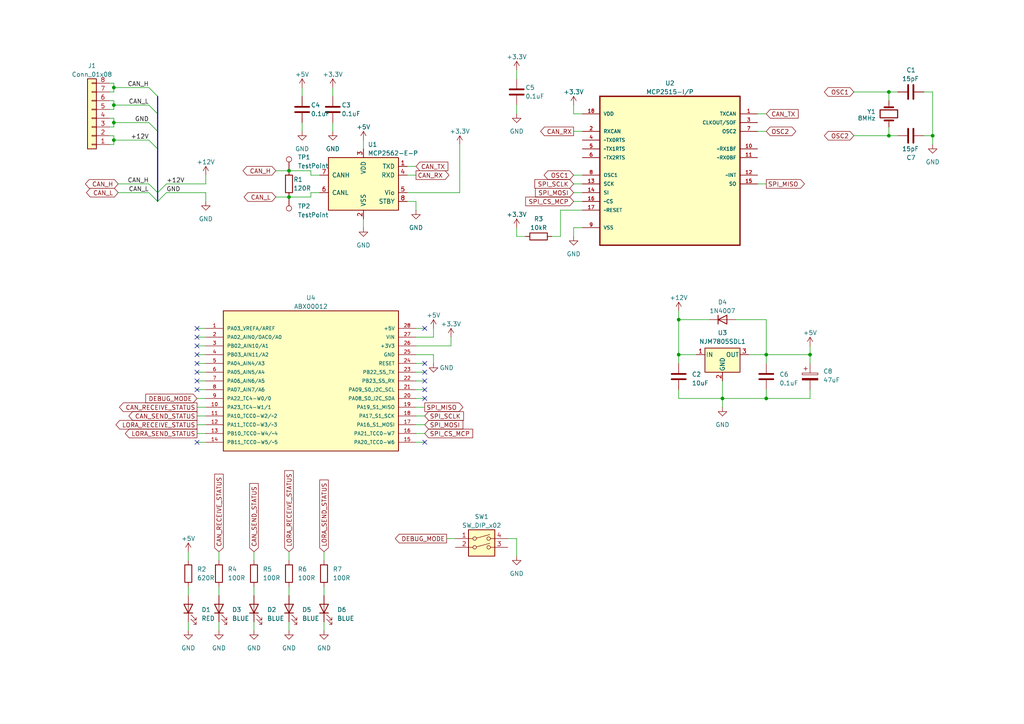
<source format=kicad_sch>
(kicad_sch (version 20230121) (generator eeschema)
  (paper "A4")
  (lib_symbols
    (symbol "ABX00012:ABX00012" (pin_names (offset 1.016))
      (property "Reference" "U" (at -25.4 21.082 0))
      (property "Value" "ABX00012" (at -25.4 -22.86 0))
      (symbol "ABX00012_0_0"
        (rectangle (start -25.4 -20.32) (end 25.4 20.32) (stroke (width 0.254)) (fill (type background)))
        (pin bidirectional line (at -30.48 15.24 0) (length 5.08) (name "PA03_VREFA/AREF") (number "1"))
        (pin bidirectional line (at -30.48 -7.62 0) (length 5.08) (name "PA23_TC4-W1/1") (number "10"))
        (pin bidirectional line (at -30.48 -10.16 0) (length 5.08) (name "PA10_TCC0-W2/~2") (number "11"))
        (pin bidirectional line (at -30.48 -12.7 0) (length 5.08) (name "PA11_TCC0-W3/~3") (number "12"))
        (pin bidirectional line (at -30.48 -15.24 0) (length 5.08) (name "PB10_TCC0-W4/~4") (number "13"))
        (pin bidirectional line (at -30.48 -17.78 0) (length 5.08) (name "PB11_TCC0-W5/~5") (number "14"))
        (pin bidirectional line (at 30.48 -17.78 180) (length 5.08) (name "PA20_TCC0-W6") (number "15"))
        (pin bidirectional line (at 30.48 -15.24 180) (length 5.08) (name "PA21_TCC0-W7") (number "16"))
        (pin bidirectional line (at 30.48 -12.7 180) (length 5.08) (name "PA16_S1_MOSI") (number "17"))
        (pin bidirectional line (at 30.48 -10.16 180) (length 5.08) (name "PA17_S1_SCK") (number "18"))
        (pin bidirectional line (at 30.48 -7.62 180) (length 5.08) (name "PA19_S1_MISO") (number "19"))
        (pin bidirectional line (at -30.48 12.7 0) (length 5.08) (name "PA02_AIN0/DAC0/A0") (number "2"))
        (pin bidirectional line (at 30.48 -5.08 180) (length 5.08) (name "PA08_S0_I2C_SDA") (number "20"))
        (pin bidirectional line (at 30.48 -2.54 180) (length 5.08) (name "PA09_S0_I2C_SCL") (number "21"))
        (pin bidirectional line (at 30.48 0 180) (length 5.08) (name "PB23_S5_RX") (number "22"))
        (pin bidirectional line (at 30.48 2.54 180) (length 5.08) (name "PB22_S5_TX") (number "23"))
        (pin input line (at 30.48 5.08 180) (length 5.08) (name "RESET") (number "24"))
        (pin power_in line (at 30.48 7.62 180) (length 5.08) (name "GND") (number "25"))
        (pin power_in line (at 30.48 10.16 180) (length 5.08) (name "+3V3") (number "26"))
        (pin power_in line (at 30.48 12.7 180) (length 5.08) (name "VIN") (number "27"))
        (pin power_in line (at 30.48 15.24 180) (length 5.08) (name "+5V") (number "28"))
        (pin bidirectional line (at -30.48 10.16 0) (length 5.08) (name "PB02_AIN10/A1") (number "3"))
        (pin bidirectional line (at -30.48 7.62 0) (length 5.08) (name "PB03_AIN11/A2") (number "4"))
        (pin bidirectional line (at -30.48 5.08 0) (length 5.08) (name "PA04_AIN4/A3") (number "5"))
        (pin bidirectional line (at -30.48 2.54 0) (length 5.08) (name "PA05_AIN5/A4") (number "6"))
        (pin bidirectional line (at -30.48 0 0) (length 5.08) (name "PA06_AIN6/A5") (number "7"))
        (pin bidirectional line (at -30.48 -2.54 0) (length 5.08) (name "PA07_AIN7/A6") (number "8"))
        (pin bidirectional line (at -30.48 -5.08 0) (length 5.08) (name "PA22_TC4-W0/0") (number "9"))
      )
    )
    (symbol "Connector:TestPoint" (pin_numbers hide) (pin_names (offset 0.762) hide)
      (property "Reference" "TP" (at 0 6.858 0))
      (property "Value" "TestPoint" (at 0 5.08 0))
      (symbol "TestPoint_0_1"
        (circle (center 0 3.302) (radius 0.762))
      )
      (symbol "TestPoint_1_1"
        (pin passive line (at 0 0 90) (length 2.54) (name "1") (number "1"))
      )
    )
    (symbol "Connector_Generic:Conn_01x08" (pin_names (offset 1.016) hide)
      (property "Reference" "J" (at 0 10.16 0))
      (property "Value" "Conn_01x08" (at 0 -12.7 0))
      (symbol "Conn_01x08_1_1"
        (rectangle (start -1.27 -10.033) (end 0 -10.287) (stroke (width 0.1524)))
        (rectangle (start -1.27 -7.493) (end 0 -7.747) (stroke (width 0.1524)))
        (rectangle (start -1.27 -4.953) (end 0 -5.207) (stroke (width 0.1524)))
        (rectangle (start -1.27 -2.413) (end 0 -2.667) (stroke (width 0.1524)))
        (rectangle (start -1.27 0.127) (end 0 -0.127) (stroke (width 0.1524)))
        (rectangle (start -1.27 2.667) (end 0 2.413) (stroke (width 0.1524)))
        (rectangle (start -1.27 5.207) (end 0 4.953) (stroke (width 0.1524)))
        (rectangle (start -1.27 7.747) (end 0 7.493) (stroke (width 0.1524)))
        (rectangle (start -1.27 8.89) (end 1.27 -11.43) (stroke (width 0.254)) (fill (type background)))
        (pin passive line (at -5.08 7.62 0) (length 3.81) (name "Pin_1") (number "1"))
        (pin passive line (at -5.08 5.08 0) (length 3.81) (name "Pin_2") (number "2"))
        (pin passive line (at -5.08 2.54 0) (length 3.81) (name "Pin_3") (number "3"))
        (pin passive line (at -5.08 0 0) (length 3.81) (name "Pin_4") (number "4"))
        (pin passive line (at -5.08 -2.54 0) (length 3.81) (name "Pin_5") (number "5"))
        (pin passive line (at -5.08 -5.08 0) (length 3.81) (name "Pin_6") (number "6"))
        (pin passive line (at -5.08 -7.62 0) (length 3.81) (name "Pin_7") (number "7"))
        (pin passive line (at -5.08 -10.16 0) (length 3.81) (name "Pin_8") (number "8"))
      )
    )
    (symbol "Device:C" (pin_numbers hide) (pin_names (offset 0.254))
      (property "Reference" "C" (at 0.635 2.54 0))
      (property "Value" "C" (at 0.635 -2.54 0))
      (symbol "C_0_1"
        (polyline (pts (xy -2.032 -0.762) (xy 2.032 -0.762)) (stroke (width 0.508)))
        (polyline (pts (xy -2.032 0.762) (xy 2.032 0.762)) (stroke (width 0.508)))
      )
      (symbol "C_1_1"
        (pin passive line (at 0 3.81 270) (length 2.794) (name "~") (number "1"))
        (pin passive line (at 0 -3.81 90) (length 2.794) (name "~") (number "2"))
      )
    )
    (symbol "Device:C_Polarized" (pin_numbers hide) (pin_names (offset 0.254))
      (property "Reference" "C" (at 0.635 2.54 0))
      (property "Value" "C_Polarized" (at 0.635 -2.54 0))
      (symbol "C_Polarized_0_1"
        (rectangle (start -2.286 0.508) (end 2.286 1.016))
        (polyline (pts (xy -1.778 2.286) (xy -0.762 2.286)))
        (polyline (pts (xy -1.27 2.794) (xy -1.27 1.778)))
        (rectangle (start 2.286 -0.508) (end -2.286 -1.016) (fill (type outline)))
      )
      (symbol "C_Polarized_1_1"
        (pin passive line (at 0 3.81 270) (length 2.794) (name "~") (number "1"))
        (pin passive line (at 0 -3.81 90) (length 2.794) (name "~") (number "2"))
      )
    )
    (symbol "Device:Crystal" (pin_numbers hide) (pin_names (offset 1.016) hide)
      (property "Reference" "Y" (at 0 3.81 0))
      (property "Value" "Crystal" (at 0 -3.81 0))
      (symbol "Crystal_0_1"
        (rectangle (start -1.143 2.54) (end 1.143 -2.54) (stroke (width 0.3048)))
        (polyline (pts (xy -2.54 0) (xy -1.905 0)))
        (polyline (pts (xy -1.905 -1.27) (xy -1.905 1.27)) (stroke (width 0.508)))
        (polyline (pts (xy 1.905 -1.27) (xy 1.905 1.27)) (stroke (width 0.508)))
        (polyline (pts (xy 2.54 0) (xy 1.905 0)))
      )
      (symbol "Crystal_1_1"
        (pin passive line (at -3.81 0 0) (length 1.27) (name "1") (number "1"))
        (pin passive line (at 3.81 0 180) (length 1.27) (name "2") (number "2"))
      )
    )
    (symbol "Device:LED" (pin_numbers hide) (pin_names (offset 1.016) hide)
      (property "Reference" "D" (at 0 2.54 0))
      (property "Value" "LED" (at 0 -2.54 0))
      (symbol "LED_0_1"
        (polyline (pts (xy -1.27 -1.27) (xy -1.27 1.27)) (stroke (width 0.254)))
        (polyline (pts (xy -1.27 0) (xy 1.27 0)))
        (polyline (pts (xy 1.27 -1.27) (xy 1.27 1.27) (xy -1.27 0) (xy 1.27 -1.27)) (stroke (width 0.254)))
        (polyline (pts (xy -3.048 -0.762) (xy -4.572 -2.286) (xy -3.81 -2.286) (xy -4.572 -2.286) (xy -4.572 -1.524)))
        (polyline (pts (xy -1.778 -0.762) (xy -3.302 -2.286) (xy -2.54 -2.286) (xy -3.302 -2.286) (xy -3.302 -1.524)))
      )
      (symbol "LED_1_1"
        (pin passive line (at -3.81 0 0) (length 2.54) (name "K") (number "1"))
        (pin passive line (at 3.81 0 180) (length 2.54) (name "A") (number "2"))
      )
    )
    (symbol "Device:R" (pin_numbers hide) (pin_names (offset 0))
      (property "Reference" "R" (at 2.032 0 90))
      (property "Value" "R" (at 0 0 90))
      (symbol "R_0_1"
        (rectangle (start -1.016 -2.54) (end 1.016 2.54) (stroke (width 0.254)))
      )
      (symbol "R_1_1"
        (pin passive line (at 0 3.81 270) (length 1.27) (name "~") (number "1"))
        (pin passive line (at 0 -3.81 90) (length 1.27) (name "~") (number "2"))
      )
    )
    (symbol "Diode:1N4007" (pin_numbers hide) (pin_names hide)
      (property "Reference" "D" (at 0 2.54 0))
      (property "Value" "1N4007" (at 0 -2.54 0))
      (symbol "1N4007_0_1"
        (polyline (pts (xy -1.27 1.27) (xy -1.27 -1.27)) (stroke (width 0.254)))
        (polyline (pts (xy 1.27 0) (xy -1.27 0)))
        (polyline (pts (xy 1.27 1.27) (xy 1.27 -1.27) (xy -1.27 0) (xy 1.27 1.27)) (stroke (width 0.254)))
      )
      (symbol "1N4007_1_1"
        (pin passive line (at -3.81 0 0) (length 2.54) (name "K") (number "1"))
        (pin passive line (at 3.81 0 180) (length 2.54) (name "A") (number "2"))
      )
    )
    (symbol "Interface_CAN_LIN:MCP2562-E-P" (pin_names (offset 1.016))
      (property "Reference" "U" (at -10.16 8.89 0))
      (property "Value" "MCP2562-E-P" (at 2.54 8.89 0))
      (symbol "MCP2562-E-P_0_1"
        (rectangle (start -10.16 7.62) (end 10.16 -7.62) (stroke (width 0.254)) (fill (type background)))
      )
      (symbol "MCP2562-E-P_1_1"
        (pin input line (at -12.7 5.08 0) (length 2.54) (name "TXD") (number "1"))
        (pin power_in line (at 0 -10.16 90) (length 2.54) (name "VSS") (number "2"))
        (pin power_in line (at 0 10.16 270) (length 2.54) (name "VDD") (number "3"))
        (pin output line (at -12.7 2.54 0) (length 2.54) (name "RXD") (number "4"))
        (pin power_in line (at -12.7 -2.54 0) (length 2.54) (name "Vio") (number "5"))
        (pin bidirectional line (at 12.7 -2.54 180) (length 2.54) (name "CANL") (number "6"))
        (pin bidirectional line (at 12.7 2.54 180) (length 2.54) (name "CANH") (number "7"))
        (pin input line (at -12.7 -5.08 0) (length 2.54) (name "STBY") (number "8"))
      )
    )
    (symbol "MCP2515-I_P:MCP2515-I{slash}P" (pin_names (offset 1.016))
      (property "Reference" "U" (at -5.1308 20.2692 0))
      (property "Value" "MCP2515-I{slash}P" (at -5.2324 -29.718 0))
      (symbol "MCP2515-I{slash}P_0_0"
        (rectangle (start -20.32 -25.4) (end 20.32 17.78) (stroke (width 0.4064)) (fill (type background)))
        (pin output line (at 25.4 12.7 180) (length 5.08) (name "TXCAN") (number "1"))
        (pin output line (at 25.4 2.54 180) (length 5.08) (name "~RX1BF") (number "10"))
        (pin output line (at 25.4 0 180) (length 5.08) (name "~RX0BF") (number "11"))
        (pin output line (at 25.4 -5.08 180) (length 5.08) (name "~INT") (number "12"))
        (pin input line (at -25.4 -7.62 0) (length 5.08) (name "SCK") (number "13"))
        (pin input line (at -25.4 -10.16 0) (length 5.08) (name "SI") (number "14"))
        (pin output line (at 25.4 -7.62 180) (length 5.08) (name "SO") (number "15"))
        (pin input line (at -25.4 -12.7 0) (length 5.08) (name "~CS") (number "16"))
        (pin input line (at -25.4 -15.24 0) (length 5.08) (name "~RESET") (number "17"))
        (pin power_in line (at -25.4 12.7 0) (length 5.08) (name "VDD") (number "18"))
        (pin input line (at -25.4 7.62 0) (length 5.08) (name "RXCAN") (number "2"))
        (pin output line (at 25.4 10.16 180) (length 5.08) (name "CLKOUT/SOF") (number "3"))
        (pin input line (at -25.4 5.08 0) (length 5.08) (name "~TX0RTS") (number "4"))
        (pin input line (at -25.4 2.54 0) (length 5.08) (name "~TX1RTS") (number "5"))
        (pin input line (at -25.4 0 0) (length 5.08) (name "~TX2RTS") (number "6"))
        (pin output line (at 25.4 7.62 180) (length 5.08) (name "OSC2") (number "7"))
        (pin input line (at -25.4 -5.08 0) (length 5.08) (name "OSC1") (number "8"))
        (pin power_in line (at -25.4 -20.32 0) (length 5.08) (name "VSS") (number "9"))
      )
    )
    (symbol "Regulator_Linear:L7805" (pin_names (offset 0.254))
      (property "Reference" "U" (at -3.81 3.175 0))
      (property "Value" "L7805" (at 0 3.175 0))
      (symbol "L7805_0_1"
        (rectangle (start -5.08 1.905) (end 5.08 -5.08) (stroke (width 0.254)) (fill (type background)))
      )
      (symbol "L7805_1_1"
        (pin power_in line (at -7.62 0 0) (length 2.54) (name "IN") (number "1"))
        (pin power_in line (at 0 -7.62 90) (length 2.54) (name "GND") (number "2"))
        (pin power_out line (at 7.62 0 180) (length 2.54) (name "OUT") (number "3"))
      )
    )
    (symbol "Switch:SW_DIP_x02" (pin_names (offset 0) hide)
      (property "Reference" "SW" (at 0 6.35 0))
      (property "Value" "SW_DIP_x02" (at 0 -3.81 0))
      (symbol "SW_DIP_x02_0_0"
        (circle (center -2.032 0) (radius 0.508))
        (circle (center -2.032 2.54) (radius 0.508))
        (polyline (pts (xy -1.524 0.127) (xy 2.3622 1.1684)))
        (polyline (pts (xy -1.524 2.667) (xy 2.3622 3.7084)))
        (circle (center 2.032 0) (radius 0.508))
        (circle (center 2.032 2.54) (radius 0.508))
      )
      (symbol "SW_DIP_x02_0_1"
        (rectangle (start -3.81 5.08) (end 3.81 -2.54) (stroke (width 0.254)) (fill (type background)))
      )
      (symbol "SW_DIP_x02_1_1"
        (pin passive line (at -7.62 2.54 0) (length 5.08) (name "~") (number "1"))
        (pin passive line (at -7.62 0 0) (length 5.08) (name "~") (number "2"))
        (pin passive line (at 7.62 0 180) (length 5.08) (name "~") (number "3"))
        (pin passive line (at 7.62 2.54 180) (length 5.08) (name "~") (number "4"))
      )
    )
    (symbol "power:+12V" (power) (pin_names (offset 0))
      (property "Value" "+12V" (at 0 3.556 0))
      (symbol "+12V_0_1"
        (polyline (pts (xy -0.762 1.27) (xy 0 2.54)))
        (polyline (pts (xy 0 0) (xy 0 2.54)))
        (polyline (pts (xy 0 2.54) (xy 0.762 1.27)))
      )
      (symbol "+12V_1_1"
        (pin power_in line (at 0 0 90) (length 0) hide (name "+12V") (number "1"))
      )
    )
    (symbol "power:+3.3V" (power) (pin_names (offset 0))
      (property "Value" "+3.3V" (at 0 3.556 0))
      (symbol "+3.3V_0_1"
        (polyline (pts (xy -0.762 1.27) (xy 0 2.54)))
        (polyline (pts (xy 0 0) (xy 0 2.54)))
        (polyline (pts (xy 0 2.54) (xy 0.762 1.27)))
      )
      (symbol "+3.3V_1_1"
        (pin power_in line (at 0 0 90) (length 0) hide (name "+3.3V") (number "1"))
      )
    )
    (symbol "power:+5V" (power) (pin_names (offset 0))
      (property "Value" "+5V" (at 0 3.556 0))
      (symbol "+5V_0_1"
        (polyline (pts (xy -0.762 1.27) (xy 0 2.54)))
        (polyline (pts (xy 0 0) (xy 0 2.54)))
        (polyline (pts (xy 0 2.54) (xy 0.762 1.27)))
      )
      (symbol "+5V_1_1"
        (pin power_in line (at 0 0 90) (length 0) hide (name "+5V") (number "1"))
      )
    )
    (symbol "power:GND" (power) (pin_names (offset 0))
      (property "Value" "GND" (at 0 -3.81 0))
      (symbol "GND_0_1"
        (polyline (pts (xy 0 0) (xy 0 -1.27) (xy 1.27 -1.27) (xy 0 -2.54) (xy -1.27 -1.27) (xy 0 -1.27)))
      )
      (symbol "GND_1_1"
        (pin power_in line (at 0 0 270) (length 0) hide (name "GND") (number "1"))
      )
    )
  )
  (junction (at 234.95 102.87))
  (junction (at 196.85 102.87))
  (junction (at 257.81 39.37))
  (junction (at 257.81 26.67))
  (junction (at 83.82 57.15))
  (junction (at 209.55 115.57))
  (junction (at 33.02 30.48))
  (junction (at 222.25 115.57))
  (junction (at 83.82 49.53))
  (junction (at 196.85 92.71))
  (junction (at 33.02 40.64))
  (junction (at 33.02 35.56))
  (junction (at 270.51 39.37))
  (junction (at 222.25 102.87))
  (junction (at 33.02 25.4))
  (no_connect (at 57.15 113.03))
  (no_connect (at 123.19 95.25))
  (no_connect (at 57.15 105.41))
  (no_connect (at 57.15 110.49))
  (no_connect (at 57.15 95.25))
  (no_connect (at 123.19 115.57))
  (no_connect (at 123.19 110.49))
  (no_connect (at 57.15 128.27))
  (no_connect (at 123.19 105.41))
  (no_connect (at 123.19 128.27))
  (no_connect (at 57.15 107.95))
  (no_connect (at 123.19 107.95))
  (no_connect (at 57.15 97.79))
  (no_connect (at 123.19 113.03))
  (no_connect (at 57.15 102.87))
  (no_connect (at 57.15 100.33))
  (bus_entry (at 43.18 30.48) (size 2.54 2.54))
  (bus_entry (at 43.18 40.64) (size 2.54 2.54))
  (bus_entry (at 45.72 58.42) (size -2.54 -2.54))
  (bus_entry (at 45.72 55.88) (size -2.54 -2.54))
  (bus_entry (at 43.18 35.56) (size 2.54 2.54))
  (bus_entry (at 45.72 55.88) (size 2.54 -2.54))
  (bus_entry (at 43.18 25.4) (size 2.54 2.54))
  (bus_entry (at 45.72 58.42) (size 2.54 -2.54))
  (wire (pts (xy 270.51 41.91) (xy 270.51 39.37)))
  (wire (pts (xy 219.71 53.34) (xy 222.25 53.34)))
  (wire (pts (xy 219.71 33.02) (xy 222.25 33.02)))
  (wire (pts (xy 57.15 125.73) (xy 59.69 125.73)))
  (wire (pts (xy 33.02 31.75) (xy 33.02 30.48)))
  (wire (pts (xy 166.37 55.88) (xy 168.91 55.88)))
  (wire (pts (xy 168.91 60.96) (xy 162.56 60.96)))
  (wire (pts (xy 57.15 102.87) (xy 59.69 102.87)))
  (wire (pts (xy 120.65 100.33) (xy 130.81 100.33)))
  (wire (pts (xy 201.93 102.87) (xy 196.85 102.87)))
  (wire (pts (xy 57.15 120.65) (xy 59.69 120.65)))
  (wire (pts (xy 120.65 113.03) (xy 123.19 113.03)))
  (wire (pts (xy 93.98 170.18) (xy 93.98 172.72)))
  (wire (pts (xy 57.15 113.03) (xy 59.69 113.03)))
  (wire (pts (xy 33.02 30.48) (xy 43.18 30.48)))
  (wire (pts (xy 270.51 39.37) (xy 270.51 26.67)))
  (wire (pts (xy 59.69 50.8) (xy 59.69 53.34)))
  (wire (pts (xy 57.15 128.27) (xy 59.69 128.27)))
  (wire (pts (xy 120.65 102.87) (xy 125.73 102.87)))
  (wire (pts (xy 196.85 102.87) (xy 196.85 105.41)))
  (wire (pts (xy 196.85 92.71) (xy 196.85 102.87)))
  (wire (pts (xy 63.5 180.34) (xy 63.5 182.88)))
  (wire (pts (xy 257.81 39.37) (xy 260.35 39.37)))
  (wire (pts (xy 43.18 55.88) (xy 34.29 55.88)))
  (wire (pts (xy 57.15 118.11) (xy 59.69 118.11)))
  (wire (pts (xy 149.86 156.21) (xy 149.86 161.29)))
  (wire (pts (xy 209.55 115.57) (xy 209.55 118.11)))
  (wire (pts (xy 217.17 102.87) (xy 222.25 102.87)))
  (wire (pts (xy 247.65 39.37) (xy 257.81 39.37)))
  (wire (pts (xy 120.65 58.42) (xy 120.65 60.96)))
  (wire (pts (xy 120.65 107.95) (xy 123.19 107.95)))
  (wire (pts (xy 87.63 25.4) (xy 87.63 27.94)))
  (wire (pts (xy 257.81 29.21) (xy 257.81 26.67)))
  (wire (pts (xy 166.37 66.04) (xy 168.91 66.04)))
  (wire (pts (xy 257.81 26.67) (xy 260.35 26.67)))
  (wire (pts (xy 120.65 105.41) (xy 123.19 105.41)))
  (wire (pts (xy 118.11 48.26) (xy 120.65 48.26)))
  (wire (pts (xy 257.81 36.83) (xy 257.81 39.37)))
  (wire (pts (xy 267.97 39.37) (xy 270.51 39.37)))
  (wire (pts (xy 31.75 31.75) (xy 33.02 31.75)))
  (wire (pts (xy 118.11 50.8) (xy 120.65 50.8)))
  (wire (pts (xy 33.02 36.83) (xy 31.75 36.83)))
  (wire (pts (xy 73.66 160.02) (xy 73.66 162.56)))
  (wire (pts (xy 73.66 180.34) (xy 73.66 182.88)))
  (wire (pts (xy 149.86 30.48) (xy 149.86 33.02)))
  (wire (pts (xy 31.75 24.13) (xy 33.02 24.13)))
  (wire (pts (xy 120.65 125.73) (xy 123.19 125.73)))
  (wire (pts (xy 166.37 58.42) (xy 168.91 58.42)))
  (wire (pts (xy 33.02 25.4) (xy 33.02 26.67)))
  (wire (pts (xy 222.25 115.57) (xy 234.95 115.57)))
  (bus (pts (xy 45.72 43.18) (xy 45.72 55.88)))
  (wire (pts (xy 33.02 40.64) (xy 43.18 40.64)))
  (wire (pts (xy 57.15 95.25) (xy 59.69 95.25)))
  (wire (pts (xy 80.01 49.53) (xy 83.82 49.53)))
  (wire (pts (xy 120.65 95.25) (xy 123.19 95.25)))
  (wire (pts (xy 59.69 55.88) (xy 48.26 55.88)))
  (bus (pts (xy 45.72 33.02) (xy 45.72 38.1)))
  (wire (pts (xy 57.15 97.79) (xy 59.69 97.79)))
  (wire (pts (xy 57.15 115.57) (xy 59.69 115.57)))
  (wire (pts (xy 222.25 92.71) (xy 222.25 102.87)))
  (wire (pts (xy 90.17 50.8) (xy 90.17 49.53)))
  (wire (pts (xy 54.61 160.02) (xy 54.61 162.56)))
  (wire (pts (xy 209.55 110.49) (xy 209.55 115.57)))
  (wire (pts (xy 213.36 92.71) (xy 222.25 92.71)))
  (wire (pts (xy 80.01 57.15) (xy 83.82 57.15)))
  (wire (pts (xy 125.73 102.87) (xy 125.73 105.41)))
  (wire (pts (xy 96.52 35.56) (xy 96.52 38.1)))
  (wire (pts (xy 83.82 160.02) (xy 83.82 162.56)))
  (wire (pts (xy 234.95 105.41) (xy 234.95 102.87)))
  (wire (pts (xy 31.75 29.21) (xy 33.02 29.21)))
  (wire (pts (xy 105.41 63.5) (xy 105.41 66.04)))
  (wire (pts (xy 57.15 100.33) (xy 59.69 100.33)))
  (wire (pts (xy 162.56 68.58) (xy 160.02 68.58)))
  (wire (pts (xy 120.65 118.11) (xy 123.19 118.11)))
  (wire (pts (xy 120.65 110.49) (xy 123.19 110.49)))
  (wire (pts (xy 54.61 180.34) (xy 54.61 182.88)))
  (wire (pts (xy 33.02 35.56) (xy 43.18 35.56)))
  (wire (pts (xy 63.5 160.02) (xy 63.5 162.56)))
  (wire (pts (xy 166.37 50.8) (xy 168.91 50.8)))
  (wire (pts (xy 129.54 156.21) (xy 132.08 156.21)))
  (wire (pts (xy 33.02 30.48) (xy 33.02 29.21)))
  (wire (pts (xy 33.02 25.4) (xy 33.02 24.13)))
  (wire (pts (xy 59.69 53.34) (xy 48.26 53.34)))
  (wire (pts (xy 267.97 26.67) (xy 270.51 26.67)))
  (wire (pts (xy 92.71 50.8) (xy 90.17 50.8)))
  (wire (pts (xy 234.95 113.03) (xy 234.95 115.57)))
  (wire (pts (xy 166.37 38.1) (xy 168.91 38.1)))
  (wire (pts (xy 83.82 170.18) (xy 83.82 172.72)))
  (wire (pts (xy 209.55 115.57) (xy 222.25 115.57)))
  (wire (pts (xy 59.69 58.42) (xy 59.69 55.88)))
  (wire (pts (xy 166.37 33.02) (xy 168.91 33.02)))
  (wire (pts (xy 43.18 53.34) (xy 34.29 53.34)))
  (wire (pts (xy 166.37 53.34) (xy 168.91 53.34)))
  (wire (pts (xy 96.52 25.4) (xy 96.52 27.94)))
  (wire (pts (xy 130.81 97.79) (xy 130.81 100.33)))
  (wire (pts (xy 54.61 170.18) (xy 54.61 172.72)))
  (wire (pts (xy 90.17 55.88) (xy 90.17 57.15)))
  (wire (pts (xy 31.75 41.91) (xy 33.02 41.91)))
  (wire (pts (xy 247.65 26.67) (xy 257.81 26.67)))
  (wire (pts (xy 120.65 128.27) (xy 123.19 128.27)))
  (bus (pts (xy 45.72 55.88) (xy 45.72 58.42)))
  (wire (pts (xy 57.15 107.95) (xy 59.69 107.95)))
  (wire (pts (xy 73.66 170.18) (xy 73.66 172.72)))
  (wire (pts (xy 57.15 110.49) (xy 59.69 110.49)))
  (wire (pts (xy 33.02 39.37) (xy 33.02 40.64)))
  (wire (pts (xy 33.02 41.91) (xy 33.02 40.64)))
  (wire (pts (xy 125.73 95.25) (xy 125.73 97.79)))
  (wire (pts (xy 222.25 115.57) (xy 222.25 113.03)))
  (wire (pts (xy 166.37 68.58) (xy 166.37 66.04)))
  (wire (pts (xy 57.15 123.19) (xy 59.69 123.19)))
  (wire (pts (xy 133.35 41.91) (xy 133.35 55.88)))
  (wire (pts (xy 93.98 160.02) (xy 93.98 162.56)))
  (wire (pts (xy 222.25 102.87) (xy 222.25 105.41)))
  (wire (pts (xy 31.75 26.67) (xy 33.02 26.67)))
  (wire (pts (xy 162.56 60.96) (xy 162.56 68.58)))
  (wire (pts (xy 63.5 170.18) (xy 63.5 172.72)))
  (wire (pts (xy 234.95 100.33) (xy 234.95 102.87)))
  (wire (pts (xy 149.86 20.32) (xy 149.86 22.86)))
  (bus (pts (xy 45.72 27.94) (xy 45.72 33.02)))
  (wire (pts (xy 219.71 38.1) (xy 222.25 38.1)))
  (wire (pts (xy 222.25 102.87) (xy 234.95 102.87)))
  (wire (pts (xy 83.82 57.15) (xy 90.17 57.15)))
  (wire (pts (xy 120.65 123.19) (xy 123.19 123.19)))
  (wire (pts (xy 120.65 115.57) (xy 123.19 115.57)))
  (wire (pts (xy 149.86 68.58) (xy 152.4 68.58)))
  (wire (pts (xy 196.85 90.17) (xy 196.85 92.71)))
  (wire (pts (xy 33.02 35.56) (xy 33.02 36.83)))
  (wire (pts (xy 196.85 113.03) (xy 196.85 115.57)))
  (bus (pts (xy 45.72 38.1) (xy 45.72 43.18)))
  (wire (pts (xy 33.02 34.29) (xy 33.02 35.56)))
  (wire (pts (xy 105.41 40.64) (xy 105.41 43.18)))
  (wire (pts (xy 118.11 55.88) (xy 133.35 55.88)))
  (wire (pts (xy 118.11 58.42) (xy 120.65 58.42)))
  (wire (pts (xy 196.85 92.71) (xy 205.74 92.71)))
  (wire (pts (xy 147.32 156.21) (xy 149.86 156.21)))
  (wire (pts (xy 125.73 97.79) (xy 120.65 97.79)))
  (wire (pts (xy 57.15 105.41) (xy 59.69 105.41)))
  (wire (pts (xy 149.86 66.04) (xy 149.86 68.58)))
  (wire (pts (xy 31.75 39.37) (xy 33.02 39.37)))
  (wire (pts (xy 33.02 25.4) (xy 43.18 25.4)))
  (wire (pts (xy 92.71 55.88) (xy 90.17 55.88)))
  (wire (pts (xy 87.63 35.56) (xy 87.63 38.1)))
  (wire (pts (xy 83.82 180.34) (xy 83.82 182.88)))
  (wire (pts (xy 93.98 180.34) (xy 93.98 182.88)))
  (wire (pts (xy 196.85 115.57) (xy 209.55 115.57)))
  (wire (pts (xy 83.82 49.53) (xy 90.17 49.53)))
  (wire (pts (xy 166.37 30.48) (xy 166.37 33.02)))
  (wire (pts (xy 120.65 120.65) (xy 123.19 120.65)))
  (wire (pts (xy 31.75 34.29) (xy 33.02 34.29)))
  (label "CAN_H" (at 43.18 25.4 180))
  (label "+12V" (at 48.26 53.34 0))
  (label "CAN_H" (at 43.18 53.34 180))
  (label "GND" (at 48.26 55.88 0))
  (label "CAN_L" (at 43.18 55.88 180))
  (label "+12V" (at 43.18 40.64 180))
  (label "GND" (at 43.18 35.56 180))
  (label "CAN_L" (at 43.18 30.48 180))
  (global_label "OSC1" (shape bidirectional) (at 247.65 26.67 180) (property "Intersheetrefs" "${INTERSHEET_REFS}" (effects hide)))
  (global_label "CAN_L" (shape bidirectional) (at 80.01 57.15 180) (property "Intersheetrefs" "${INTERSHEET_REFS}" (effects hide)))
  (global_label "CAN_RX" (shape output) (at 166.37 38.1 180) (property "Intersheetrefs" "${INTERSHEET_REFS}" (effects hide)))
  (global_label "OSC2" (shape bidirectional) (at 247.65 39.37 180) (property "Intersheetrefs" "${INTERSHEET_REFS}" (effects hide)))
  (global_label "SPI_SCLK" (shape input) (at 166.37 53.34 180) (property "Intersheetrefs" "${INTERSHEET_REFS}" (effects hide)))
  (global_label "SPI_MISO" (shape output) (at 222.25 53.34 0) (property "Intersheetrefs" "${INTERSHEET_REFS}" (effects hide)))
  (global_label "CAN_TX" (shape input) (at 120.65 48.26 0) (property "Intersheetrefs" "${INTERSHEET_REFS}" (effects hide)))
  (global_label "CAN_RECEIVE_STATUS" (shape input) (at 63.5 160.02 90) (property "Intersheetrefs" "${INTERSHEET_REFS}" (effects hide)))
  (global_label "CAN_SEND_STATUS" (shape output) (at 57.15 120.65 180) (property "Intersheetrefs" "${INTERSHEET_REFS}" (effects hide)))
  (global_label "SPI_SCLK" (shape input) (at 123.19 120.65 0) (property "Intersheetrefs" "${INTERSHEET_REFS}" (effects hide)))
  (global_label "CAN_H" (shape bidirectional) (at 80.01 49.53 180) (property "Intersheetrefs" "${INTERSHEET_REFS}" (effects hide)))
  (global_label "SPI_MOSI" (shape input) (at 166.37 55.88 180) (property "Intersheetrefs" "${INTERSHEET_REFS}" (effects hide)))
  (global_label "OSC1" (shape bidirectional) (at 166.37 50.8 180) (property "Intersheetrefs" "${INTERSHEET_REFS}" (effects hide)))
  (global_label "CAN_RX" (shape output) (at 120.65 50.8 0) (property "Intersheetrefs" "${INTERSHEET_REFS}" (effects hide)))
  (global_label "SPI_CS_MCP" (shape input) (at 123.19 125.73 0) (property "Intersheetrefs" "${INTERSHEET_REFS}" (effects hide)))
  (global_label "SPI_MISO" (shape output) (at 123.19 118.11 0) (property "Intersheetrefs" "${INTERSHEET_REFS}" (effects hide)))
  (global_label "SPI_MOSI" (shape input) (at 123.19 123.19 0) (property "Intersheetrefs" "${INTERSHEET_REFS}" (effects hide)))
  (global_label "SPI_CS_MCP" (shape input) (at 166.37 58.42 180) (property "Intersheetrefs" "${INTERSHEET_REFS}" (effects hide)))
  (global_label "CAN_RECEIVE_STATUS" (shape output) (at 57.15 118.11 180) (property "Intersheetrefs" "${INTERSHEET_REFS}" (effects hide)))
  (global_label "CAN_L" (shape bidirectional) (at 34.29 55.88 180) (property "Intersheetrefs" "${INTERSHEET_REFS}" (effects hide)))
  (global_label "CAN_TX" (shape input) (at 222.25 33.02 0) (property "Intersheetrefs" "${INTERSHEET_REFS}" (effects hide)))
  (global_label "DEBUG_MODE" (shape output) (at 129.54 156.21 180) (property "Intersheetrefs" "${INTERSHEET_REFS}" (effects hide)))
  (global_label "CAN_H" (shape bidirectional) (at 34.29 53.34 180) (property "Intersheetrefs" "${INTERSHEET_REFS}" (effects hide)))
  (global_label "OSC2" (shape bidirectional) (at 222.25 38.1 0) (property "Intersheetrefs" "${INTERSHEET_REFS}" (effects hide)))
  (global_label "LORA_RECEIVE_STATUS" (shape input) (at 83.82 160.02 90) (property "Intersheetrefs" "${INTERSHEET_REFS}" (effects hide)))
  (global_label "CAN_SEND_STATUS" (shape input) (at 73.66 160.02 90) (property "Intersheetrefs" "${INTERSHEET_REFS}" (effects hide)))
  (global_label "LORA_SEND_STATUS" (shape output) (at 57.15 125.73 180) (property "Intersheetrefs" "${INTERSHEET_REFS}" (effects hide)))
  (global_label "LORA_RECEIVE_STATUS" (shape output) (at 57.15 123.19 180) (property "Intersheetrefs" "${INTERSHEET_REFS}" (effects hide)))
  (global_label "LORA_SEND_STATUS" (shape input) (at 93.98 160.02 90) (property "Intersheetrefs" "${INTERSHEET_REFS}" (effects hide)))
  (global_label "DEBUG_MODE" (shape input) (at 57.15 115.57 180) (property "Intersheetrefs" "${INTERSHEET_REFS}" (effects hide)))
  (symbol (lib_id "power:+12V") (at 59.69 50.8 0) (mirror y) (unit 1)
    (property "Reference" "#PWR025" (effects hide))
    (property "Value" "+12V" (at 59.69 46.99 0))
  )
  (symbol (lib_id "power:GND") (at 54.61 182.88 0) (unit 1)
    (property "Reference" "#PWR020" (effects hide))
    (property "Value" "GND" (at 54.61 187.96 0))
  )
  (symbol (lib_id "power:GND") (at 149.86 33.02 0) (unit 1)
    (property "Reference" "#PWR014" (effects hide))
    (property "Value" "GND" (at 149.86 38.1 0))
  )
  (symbol (lib_id "Device:LED") (at 54.61 176.53 90) (unit 1)
    (property "Reference" "D1" (at 58.42 176.8474 90) (effects (justify right)))
    (property "Value" "RED" (at 58.42 179.3874 90) (effects (justify right)))
    (property "Footprint" "LED_SMD:LED_0603_1608Metric_Pad1.05x0.95mm_HandSolder" (effects hide))
  )
  (symbol (lib_id "Device:LED") (at 93.98 176.53 90) (unit 1)
    (property "Reference" "D6" (at 97.79 176.8474 90) (effects (justify right)))
    (property "Value" "BLUE" (at 97.79 179.3874 90) (effects (justify right)))
    (property "Footprint" "LED_SMD:LED_0603_1608Metric_Pad1.05x0.95mm_HandSolder" (effects hide))
  )
  (symbol (lib_id "power:+12V") (at 196.85 90.17 0) (mirror y) (unit 1)
    (property "Reference" "#PWR01" (effects hide))
    (property "Value" "+12V" (at 196.85 86.36 0))
  )
  (symbol (lib_id "Device:LED") (at 63.5 176.53 90) (unit 1)
    (property "Reference" "D3" (at 67.31 176.8474 90) (effects (justify right)))
    (property "Value" "BLUE" (at 67.31 179.3874 90) (effects (justify right)))
    (property "Footprint" "LED_SMD:LED_0603_1608Metric_Pad1.05x0.95mm_HandSolder" (effects hide))
  )
  (symbol (lib_id "Device:R") (at 156.21 68.58 90) (unit 1)
    (property "Reference" "R3" (at 156.21 63.5 90))
    (property "Value" "10kR" (at 156.21 66.04 90))
    (property "Footprint" "Resistor_SMD:R_0805_2012Metric_Pad1.20x1.40mm_HandSolder" (effects hide))
  )
  (symbol (lib_id "Device:C") (at 264.16 39.37 270) (mirror x) (unit 1)
    (property "Reference" "C7" (at 262.89 45.72 90) (effects (justify left)))
    (property "Value" "15pF" (at 261.62 43.18 90) (effects (justify left)))
    (property "Footprint" "Capacitor_SMD:C_0603_1608Metric_Pad1.08x0.95mm_HandSolder" (effects hide))
  )
  (symbol (lib_id "Regulator_Linear:L7805") (at 209.55 102.87 0) (unit 1)
    (property "Reference" "U3" (at 209.55 96.52 0))
    (property "Value" "NJM7805SDL1" (at 209.55 99.06 0))
    (property "Footprint" "Package_TO_SOT_SMD:TO-252-2" (effects hide))
    (property "Datasheet" "http://www.st.com/content/ccc/resource/technical/document/datasheet/41/4f/b3/b0/12/d4/47/88/CD00000444.pdf/files/CD00000444.pdf/jcr:content/translations/en.CD00000444.pdf" (effects hide))
  )
  (symbol (lib_id "Switch:SW_DIP_x02") (at 139.7 158.75 0) (unit 1)
    (property "Reference" "SW1" (at 139.7 149.86 0))
    (property "Value" "SW_DIP_x02" (at 139.7 152.4 0))
    (property "Footprint" "Button_Switch_THT:SW_DIP_SPSTx02_Piano_10.8x6.64mm_W7.62mm_P2.54mm" (effects hide))
  )
  (symbol (lib_id "power:+5V") (at 234.95 100.33 0) (unit 1)
    (property "Reference" "#PWR028" (effects hide))
    (property "Value" "+5V" (at 234.95 96.52 0))
  )
  (symbol (lib_id "power:GND") (at 63.5 182.88 0) (unit 1)
    (property "Reference" "#PWR021" (effects hide))
    (property "Value" "GND" (at 63.5 187.96 0))
  )
  (symbol (lib_id "Device:C") (at 96.52 31.75 0) (unit 1)
    (property "Reference" "C3" (at 99.06 30.48 0) (effects (justify left)))
    (property "Value" "0.1uF" (at 99.06 33.02 0) (effects (justify left)))
    (property "Footprint" "Capacitor_SMD:C_0603_1608Metric_Pad1.08x0.95mm_HandSolder" (effects hide))
  )
  (symbol (lib_id "power:+3.3V") (at 96.52 25.4 0) (unit 1)
    (property "Reference" "#PWR05" (effects hide))
    (property "Value" "+3.3V" (at 96.52 21.59 0))
  )
  (symbol (lib_id "Device:C_Polarized") (at 234.95 109.22 0) (unit 1)
    (property "Reference" "C8" (at 238.76 107.696 0) (effects (justify left)))
    (property "Value" "47uF" (at 238.76 110.236 0) (effects (justify left)))
    (property "Footprint" "Capacitor_SMD:CP_Elec_6.3x5.9" (effects hide))
  )
  (symbol (lib_id "Device:LED") (at 83.82 176.53 90) (unit 1)
    (property "Reference" "D5" (at 87.63 176.8474 90) (effects (justify right)))
    (property "Value" "BLUE" (at 87.63 179.3874 90) (effects (justify right)))
    (property "Footprint" "LED_SMD:LED_0603_1608Metric_Pad1.05x0.95mm_HandSolder" (effects hide))
  )
  (symbol (lib_id "power:GND") (at 83.82 182.88 0) (unit 1)
    (property "Reference" "#PWR023" (effects hide))
    (property "Value" "GND" (at 83.82 187.96 0))
  )
  (symbol (lib_id "Device:R") (at 63.5 166.37 0) (unit 1)
    (property "Reference" "R4" (at 66.04 165.0999 0) (effects (justify left)))
    (property "Value" "100R" (at 66.04 167.6399 0) (effects (justify left)))
    (property "Footprint" "Resistor_SMD:R_0805_2012Metric_Pad1.20x1.40mm_HandSolder" (effects hide))
  )
  (symbol (lib_id "power:GND") (at 149.86 161.29 0) (mirror y) (unit 1)
    (property "Reference" "#PWR018" (effects hide))
    (property "Value" "GND" (at 149.86 166.37 0))
  )
  (symbol (lib_id "Interface_CAN_LIN:MCP2562-E-P") (at 105.41 53.34 0) (mirror y) (unit 1)
    (property "Reference" "U1" (at 106.68 41.91 0) (effects (justify right)))
    (property "Value" "MCP2562-E-P" (at 106.68 44.45 0) (effects (justify right)))
    (property "Footprint" "Package_DIP:DIP-8_W7.62mm" (effects hide))
    (property "Datasheet" "http://ww1.microchip.com/downloads/en/DeviceDoc/25167A.pdf" (effects hide))
  )
  (symbol (lib_id "Device:C") (at 149.86 26.67 0) (unit 1)
    (property "Reference" "C5" (at 152.4 25.4 0) (effects (justify left)))
    (property "Value" "0.1uF" (at 152.4 27.94 0) (effects (justify left)))
    (property "Footprint" "Capacitor_SMD:C_0603_1608Metric_Pad1.08x0.95mm_HandSolder" (effects hide))
  )
  (symbol (lib_id "power:+5V") (at 87.63 25.4 0) (unit 1)
    (property "Reference" "#PWR03" (effects hide))
    (property "Value" "+5V" (at 87.63 21.59 0))
  )
  (symbol (lib_id "power:GND") (at 270.51 41.91 0) (unit 1)
    (property "Reference" "#PWR026" (effects hide))
    (property "Value" "GND" (at 270.51 46.99 0))
  )
  (symbol (lib_id "power:GND") (at 59.69 58.42 0) (mirror y) (unit 1)
    (property "Reference" "#PWR027" (effects hide))
    (property "Value" "GND" (at 59.69 63.5 0))
  )
  (symbol (lib_id "Device:R") (at 83.82 166.37 0) (unit 1)
    (property "Reference" "R6" (at 86.36 165.0999 0) (effects (justify left)))
    (property "Value" "100R" (at 86.36 167.6399 0) (effects (justify left)))
    (property "Footprint" "Resistor_SMD:R_0805_2012Metric_Pad1.20x1.40mm_HandSolder" (effects hide))
  )
  (symbol (lib_id "Device:C") (at 87.63 31.75 0) (unit 1)
    (property "Reference" "C4" (at 90.17 30.48 0) (effects (justify left)))
    (property "Value" "0.1uF" (at 90.17 33.02 0) (effects (justify left)))
    (property "Footprint" "Capacitor_SMD:C_0603_1608Metric_Pad1.08x0.95mm_HandSolder" (effects hide))
  )
  (symbol (lib_id "Device:C") (at 222.25 109.22 0) (unit 1)
    (property "Reference" "C6" (at 226.06 108.585 0) (effects (justify left)))
    (property "Value" "0.1uF" (at 226.06 111.125 0) (effects (justify left)))
    (property "Footprint" "Capacitor_SMD:C_0603_1608Metric_Pad1.08x0.95mm_HandSolder" (effects hide))
  )
  (symbol (lib_id "power:GND") (at 120.65 60.96 0) (unit 1)
    (property "Reference" "#PWR09" (effects hide))
    (property "Value" "GND" (at 120.65 66.04 0))
  )
  (symbol (lib_id "power:GND") (at 166.37 68.58 0) (unit 1)
    (property "Reference" "#PWR017" (effects hide))
    (property "Value" "GND" (at 166.37 73.66 0))
  )
  (symbol (lib_id "ABX00012:ABX00012") (at 90.17 110.49 0) (unit 1)
    (property "Reference" "U4" (at 90.17 86.36 0))
    (property "Value" "ABX00012" (at 90.17 88.9 0))
    (property "Footprint" "ABX00012:ARDUINO_ABX00012" (effects hide))
    (property "STANDARD" "Manufacturer Recommendations" (effects hide))
    (property "PARTREV" "5" (effects hide))
    (property "MANUFACTURER" "Arduino" (effects hide))
  )
  (symbol (lib_id "Connector:TestPoint") (at 83.82 57.15 180) (unit 1)
    (property "Reference" "TP2" (at 86.36 59.817 0) (effects (justify right)))
    (property "Value" "TestPoint" (at 86.36 62.357 0) (effects (justify right)))
    (property "Footprint" "Connector_Pin:Pin_D1.0mm_L10.0mm" (effects hide))
  )
  (symbol (lib_id "power:+3.3V") (at 149.86 66.04 0) (unit 1)
    (property "Reference" "#PWR015" (effects hide))
    (property "Value" "+3.3V" (at 149.86 62.23 0))
  )
  (symbol (lib_id "power:+3.3V") (at 133.35 41.91 0) (unit 1)
    (property "Reference" "#PWR012" (effects hide))
    (property "Value" "+3.3V" (at 133.35 38.1 0))
  )
  (symbol (lib_id "power:+5V") (at 125.73 95.25 0) (unit 1)
    (property "Reference" "#PWR010" (effects hide))
    (property "Value" "+5V" (at 125.73 91.44 0))
  )
  (symbol (lib_id "Connector:TestPoint") (at 83.82 49.53 0) (unit 1)
    (property "Reference" "TP1" (at 86.36 45.593 0) (effects (justify left)))
    (property "Value" "TestPoint" (at 86.36 48.133 0) (effects (justify left)))
    (property "Footprint" "Connector_Pin:Pin_D1.0mm_L10.0mm" (effects hide))
  )
  (symbol (lib_id "power:GND") (at 105.41 66.04 0) (unit 1)
    (property "Reference" "#PWR08" (effects hide))
    (property "Value" "GND" (at 105.41 71.12 0))
  )
  (symbol (lib_id "Device:Crystal") (at 257.81 33.02 270) (mirror x) (unit 1)
    (property "Reference" "Y1" (at 254 32.385 90) (effects (justify right)))
    (property "Value" "8MHz" (at 254 34.29 90) (effects (justify right)))
    (property "Footprint" "Crystal:Crystal_SMD_HC49-SD" (effects hide))
  )
  (symbol (lib_id "power:GND") (at 87.63 38.1 0) (unit 1)
    (property "Reference" "#PWR04" (effects hide))
    (property "Value" "GND" (at 87.63 43.18 0))
  )
  (symbol (lib_id "power:+5V") (at 54.61 160.02 0) (unit 1)
    (property "Reference" "#PWR019" (effects hide))
    (property "Value" "+5V" (at 54.61 156.21 0))
  )
  (symbol (lib_id "Device:C") (at 196.85 109.22 0) (unit 1)
    (property "Reference" "C2" (at 200.66 108.585 0) (effects (justify left)))
    (property "Value" "10uF" (at 200.66 111.125 0) (effects (justify left)))
    (property "Footprint" "Capacitor_SMD:C_0603_1608Metric_Pad1.08x0.95mm_HandSolder" (effects hide))
  )
  (symbol (lib_id "MCP2515-I_P:MCP2515-I{slash}P") (at 194.31 45.72 0) (unit 1)
    (property "Reference" "U2" (at 194.31 24.13 0))
    (property "Value" "MCP2515-I/P" (at 194.31 26.67 0))
    (property "Footprint" "Package_DIP:DIP-18_W7.62mm" (effects hide))
    (property "MPN" "MCP2515-I/P" (effects hide))
    (property "OC_FARNELL" "1439391" (effects hide))
    (property "PACKAGE" "PDIP-18" (effects hide))
    (property "SUPPLIER" "MICROCHIP" (effects hide))
    (property "DESCRIPTION" "CAN CONTRL" (effects hide))
    (property "OC_NEWARK" "61K2945" (effects hide))
  )
  (symbol (lib_id "Device:R") (at 54.61 166.37 0) (unit 1)
    (property "Reference" "R2" (at 57.15 165.0999 0) (effects (justify left)))
    (property "Value" "620R" (at 57.15 167.6399 0) (effects (justify left)))
    (property "Footprint" "Resistor_SMD:R_0603_1608Metric_Pad0.98x0.95mm_HandSolder" (effects hide))
  )
  (symbol (lib_id "Device:R") (at 73.66 166.37 0) (unit 1)
    (property "Reference" "R5" (at 76.2 165.0999 0) (effects (justify left)))
    (property "Value" "100R" (at 76.2 167.6399 0) (effects (justify left)))
    (property "Footprint" "Resistor_SMD:R_0805_2012Metric_Pad1.20x1.40mm_HandSolder" (effects hide))
  )
  (symbol (lib_id "power:GND") (at 93.98 182.88 0) (unit 1)
    (property "Reference" "#PWR024" (effects hide))
    (property "Value" "GND" (at 93.98 187.96 0))
  )
  (symbol (lib_id "power:GND") (at 73.66 182.88 0) (unit 1)
    (property "Reference" "#PWR022" (effects hide))
    (property "Value" "GND" (at 73.66 187.96 0))
  )
  (symbol (lib_id "Device:C") (at 264.16 26.67 270) (mirror x) (unit 1)
    (property "Reference" "C1" (at 262.89 20.32 90) (effects (justify left)))
    (property "Value" "15pF" (at 261.62 22.86 90) (effects (justify left)))
    (property "Footprint" "Capacitor_SMD:C_0603_1608Metric_Pad1.08x0.95mm_HandSolder" (effects hide))
  )
  (symbol (lib_id "Device:LED") (at 73.66 176.53 90) (unit 1)
    (property "Reference" "D2" (at 77.47 176.8474 90) (effects (justify right)))
    (property "Value" "BLUE" (at 77.47 179.3874 90) (effects (justify right)))
    (property "Footprint" "LED_SMD:LED_0603_1608Metric_Pad1.05x0.95mm_HandSolder" (effects hide))
  )
  (symbol (lib_id "power:GND") (at 125.73 105.41 0) (mirror y) (unit 1)
    (property "Reference" "#PWR029" (effects hide))
    (property "Value" "GND" (at 129.54 106.68 0))
  )
  (symbol (lib_id "Device:R") (at 83.82 53.34 0) (unit 1)
    (property "Reference" "R1" (at 85.09 52.07 0) (effects (justify left)))
    (property "Value" "120R" (at 85.09 54.61 0) (effects (justify left)))
    (property "Footprint" "Resistor_SMD:R_0603_1608Metric_Pad0.98x0.95mm_HandSolder" (effects hide))
  )
  (symbol (lib_id "Device:R") (at 93.98 166.37 0) (unit 1)
    (property "Reference" "R7" (at 96.52 165.0999 0) (effects (justify left)))
    (property "Value" "100R" (at 96.52 167.6399 0) (effects (justify left)))
    (property "Footprint" "Resistor_SMD:R_0805_2012Metric_Pad1.20x1.40mm_HandSolder" (effects hide))
  )
  (symbol (lib_id "power:+3.3V") (at 166.37 30.48 0) (unit 1)
    (property "Reference" "#PWR016" (effects hide))
    (property "Value" "+3.3V" (at 166.37 26.67 0))
  )
  (symbol (lib_id "power:+3.3V") (at 130.81 97.79 0) (unit 1)
    (property "Reference" "#PWR011" (effects hide))
    (property "Value" "+3.3V" (at 130.81 93.98 0))
  )
  (symbol (lib_id "Diode:1N4007") (at 209.55 92.71 0) (unit 1)
    (property "Reference" "D4" (at 209.55 87.63 0))
    (property "Value" "1N4007" (at 209.55 90.17 0))
    (property "Footprint" "Diode_SMD:D_SOD-123F" (effects hide))
    (property "Datasheet" "http://www.vishay.com/docs/88503/1n4001.pdf" (effects hide))
    (property "Sim.Device" "D" (effects hide))
    (property "Sim.Pins" "1=K 2=A" (effects hide))
  )
  (symbol (lib_id "power:+5V") (at 105.41 40.64 0) (unit 1)
    (property "Reference" "#PWR07" (effects hide))
    (property "Value" "+5V" (at 105.41 36.83 0))
  )
  (symbol (lib_id "power:GND") (at 209.55 118.11 0) (unit 1)
    (property "Reference" "#PWR02" (effects hide))
    (property "Value" "GND" (at 209.55 123.19 0))
  )
  (symbol (lib_id "power:+3.3V") (at 149.86 20.32 0) (unit 1)
    (property "Reference" "#PWR013" (effects hide))
    (property "Value" "+3.3V" (at 149.86 16.51 0))
  )
  (symbol (lib_id "Connector_Generic:Conn_01x08") (at 26.67 34.29 180) (unit 1)
    (property "Reference" "J1" (at 26.67 19.05 0))
    (property "Value" "Conn_01x08" (at 26.67 21.59 0))
    (property "Footprint" "Hirose_Connector:Hirose_DF11B-8DP-2DS" (effects hide))
  )
  (symbol (lib_id "power:GND") (at 96.52 38.1 0) (unit 1)
    (property "Reference" "#PWR06" (effects hide))
    (property "Value" "GND" (at 96.52 43.18 0))
  )
)
</source>
